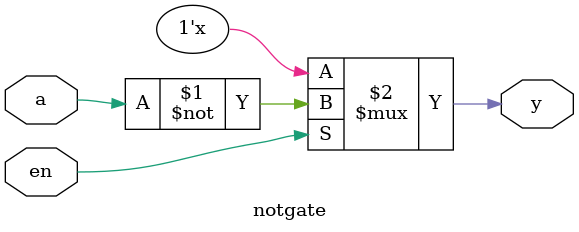
<source format=v>
module notgate(
input a,en,
output y);
notif1 n1(y,a,en);
endmodule
         

</source>
